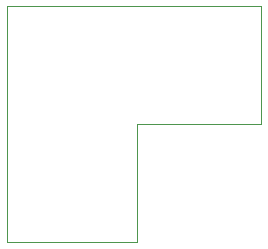
<source format=gbr>
%TF.GenerationSoftware,KiCad,Pcbnew,(5.99.0-8941-ge2f8b1a4b1)*%
%TF.CreationDate,2021-03-10T21:29:07+01:00*%
%TF.ProjectId,mod,6d6f642e-6b69-4636-9164-5f7063625858,rev?*%
%TF.SameCoordinates,Original*%
%TF.FileFunction,Profile,NP*%
%FSLAX46Y46*%
G04 Gerber Fmt 4.6, Leading zero omitted, Abs format (unit mm)*
G04 Created by KiCad (PCBNEW (5.99.0-8941-ge2f8b1a4b1)) date 2021-03-10 21:29:07*
%MOMM*%
%LPD*%
G01*
G04 APERTURE LIST*
%TA.AperFunction,Profile*%
%ADD10C,0.100000*%
%TD*%
G04 APERTURE END LIST*
D10*
X120000000Y-90000000D02*
X141500000Y-90000000D01*
X131000000Y-100000000D02*
X141500000Y-100000000D01*
X120000000Y-110000000D02*
X120000000Y-90000000D01*
X141500000Y-90000000D02*
X141500000Y-100000000D01*
X131000000Y-110000000D02*
X131000000Y-100000000D01*
X120000000Y-110000000D02*
X131000000Y-110000000D01*
M02*

</source>
